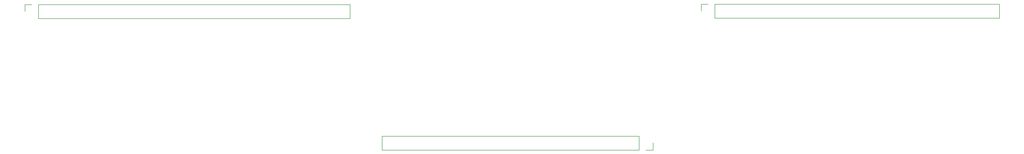
<source format=gbr>
%TF.GenerationSoftware,KiCad,Pcbnew,(6.0.0-0)*%
%TF.CreationDate,2022-01-11T21:33:17-05:00*%
%TF.ProjectId,gpr-controller-combined,6770722d-636f-46e7-9472-6f6c6c65722d,rev?*%
%TF.SameCoordinates,Original*%
%TF.FileFunction,Legend,Bot*%
%TF.FilePolarity,Positive*%
%FSLAX46Y46*%
G04 Gerber Fmt 4.6, Leading zero omitted, Abs format (unit mm)*
G04 Created by KiCad (PCBNEW (6.0.0-0)) date 2022-01-11 21:33:17*
%MOMM*%
%LPD*%
G01*
G04 APERTURE LIST*
%ADD10C,0.120000*%
G04 APERTURE END LIST*
D10*
%TO.C,J1*%
X163830000Y-70806000D02*
X115510000Y-70806000D01*
X166430000Y-73466000D02*
X166430000Y-72136000D01*
X163830000Y-73466000D02*
X115510000Y-73466000D01*
X115510000Y-73466000D02*
X115510000Y-70806000D01*
X163830000Y-73466000D02*
X163830000Y-70806000D01*
X165100000Y-73466000D02*
X166430000Y-73466000D01*
%TO.C,J2*%
X51054000Y-45987000D02*
X109534000Y-45987000D01*
X48454000Y-45987000D02*
X48454000Y-47317000D01*
X109534000Y-45987000D02*
X109534000Y-48647000D01*
X49784000Y-45987000D02*
X48454000Y-45987000D01*
X51054000Y-45987000D02*
X51054000Y-48647000D01*
X51054000Y-48647000D02*
X109534000Y-48647000D01*
%TO.C,J3*%
X176779000Y-45914000D02*
X175449000Y-45914000D01*
X231449000Y-45914000D02*
X231449000Y-48574000D01*
X175449000Y-45914000D02*
X175449000Y-47244000D01*
X178049000Y-45914000D02*
X231449000Y-45914000D01*
X178049000Y-45914000D02*
X178049000Y-48574000D01*
X178049000Y-48574000D02*
X231449000Y-48574000D01*
%TD*%
M02*

</source>
